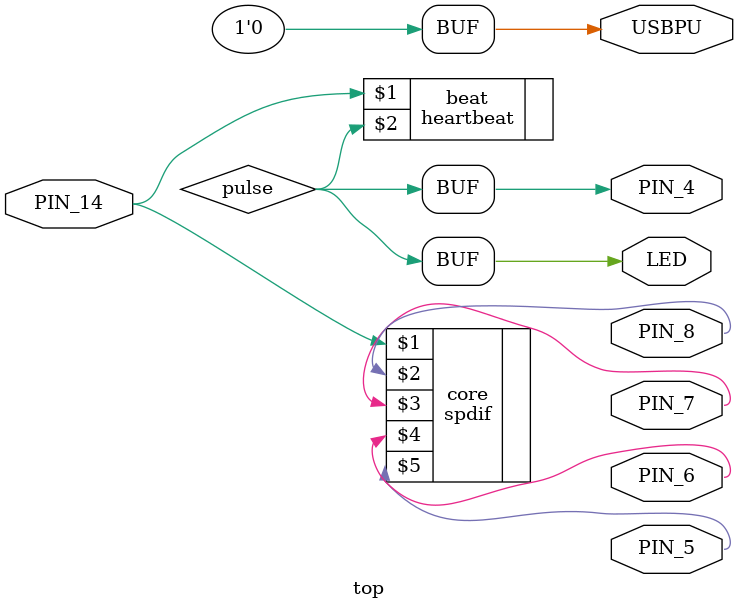
<source format=v>
module top (
  input  PIN_14,  // External clock
  output LED,     // On-board LED
  output PIN_4,   // Heartbeat pin
  output PIN_5,   // Block status pin
  output PIN_6,   // Frame status pin
  output PIN_7,   // Sub-frame status pin
  output PIN_8,   // S/PDIF pin
  output USBPU    // USB pull-up
);

  // Disable USB
  assign USBPU = 0;

  // Create S/PDIF core instance
  spdif core(PIN_14, PIN_8, PIN_7, PIN_6, PIN_5);

  // Create Heartbeat module instance
  wire pulse;
  heartbeat beat(PIN_14, pulse);
  assign LED = pulse;
  assign PIN_4 = pulse;
endmodule

</source>
